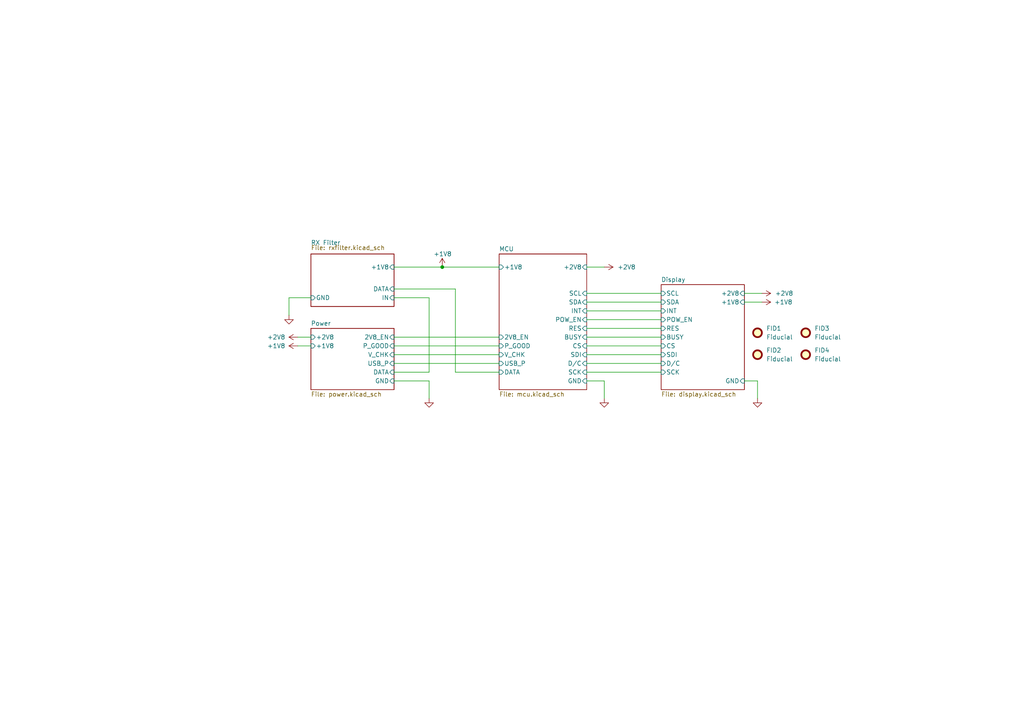
<source format=kicad_sch>
(kicad_sch (version 20221206) (generator eeschema)

  (uuid 472e0f49-51e5-4b9c-a9f6-6aed0741c677)

  (paper "A4")

  (lib_symbols
    (symbol "Mechanical:Fiducial" (in_bom yes) (on_board yes)
      (property "Reference" "FID" (at 0 5.08 0)
        (effects (font (size 1.27 1.27)))
      )
      (property "Value" "Fiducial" (at 0 3.175 0)
        (effects (font (size 1.27 1.27)))
      )
      (property "Footprint" "" (at 0 0 0)
        (effects (font (size 1.27 1.27)) hide)
      )
      (property "Datasheet" "~" (at 0 0 0)
        (effects (font (size 1.27 1.27)) hide)
      )
      (property "ki_keywords" "fiducial marker" (at 0 0 0)
        (effects (font (size 1.27 1.27)) hide)
      )
      (property "ki_description" "Fiducial Marker" (at 0 0 0)
        (effects (font (size 1.27 1.27)) hide)
      )
      (property "ki_fp_filters" "Fiducial*" (at 0 0 0)
        (effects (font (size 1.27 1.27)) hide)
      )
      (symbol "Fiducial_0_1"
        (circle (center 0 0) (radius 1.27)
          (stroke (width 0.508) (type default))
          (fill (type background))
        )
      )
    )
    (symbol "power:+1V8" (power) (pin_names (offset 0)) (in_bom yes) (on_board yes)
      (property "Reference" "#PWR" (at 0 -3.81 0)
        (effects (font (size 1.27 1.27)) hide)
      )
      (property "Value" "+1V8" (at 0 3.556 0)
        (effects (font (size 1.27 1.27)))
      )
      (property "Footprint" "" (at 0 0 0)
        (effects (font (size 1.27 1.27)) hide)
      )
      (property "Datasheet" "" (at 0 0 0)
        (effects (font (size 1.27 1.27)) hide)
      )
      (property "ki_keywords" "power-flag" (at 0 0 0)
        (effects (font (size 1.27 1.27)) hide)
      )
      (property "ki_description" "Power symbol creates a global label with name \"+1V8\"" (at 0 0 0)
        (effects (font (size 1.27 1.27)) hide)
      )
      (symbol "+1V8_0_1"
        (polyline
          (pts
            (xy -0.762 1.27)
            (xy 0 2.54)
          )
          (stroke (width 0) (type default))
          (fill (type none))
        )
        (polyline
          (pts
            (xy 0 0)
            (xy 0 2.54)
          )
          (stroke (width 0) (type default))
          (fill (type none))
        )
        (polyline
          (pts
            (xy 0 2.54)
            (xy 0.762 1.27)
          )
          (stroke (width 0) (type default))
          (fill (type none))
        )
      )
      (symbol "+1V8_1_1"
        (pin power_in line (at 0 0 90) (length 0) hide
          (name "+1V8" (effects (font (size 1.27 1.27))))
          (number "1" (effects (font (size 1.27 1.27))))
        )
      )
    )
    (symbol "power:+2V8" (power) (pin_names (offset 0)) (in_bom yes) (on_board yes)
      (property "Reference" "#PWR" (at 0 -3.81 0)
        (effects (font (size 1.27 1.27)) hide)
      )
      (property "Value" "+2V8" (at 0 3.556 0)
        (effects (font (size 1.27 1.27)))
      )
      (property "Footprint" "" (at 0 0 0)
        (effects (font (size 1.27 1.27)) hide)
      )
      (property "Datasheet" "" (at 0 0 0)
        (effects (font (size 1.27 1.27)) hide)
      )
      (property "ki_keywords" "power-flag" (at 0 0 0)
        (effects (font (size 1.27 1.27)) hide)
      )
      (property "ki_description" "Power symbol creates a global label with name \"+2V8\"" (at 0 0 0)
        (effects (font (size 1.27 1.27)) hide)
      )
      (symbol "+2V8_0_1"
        (polyline
          (pts
            (xy -0.762 1.27)
            (xy 0 2.54)
          )
          (stroke (width 0) (type default))
          (fill (type none))
        )
        (polyline
          (pts
            (xy 0 0)
            (xy 0 2.54)
          )
          (stroke (width 0) (type default))
          (fill (type none))
        )
        (polyline
          (pts
            (xy 0 2.54)
            (xy 0.762 1.27)
          )
          (stroke (width 0) (type default))
          (fill (type none))
        )
      )
      (symbol "+2V8_1_1"
        (pin power_in line (at 0 0 90) (length 0) hide
          (name "+2V8" (effects (font (size 1.27 1.27))))
          (number "1" (effects (font (size 1.27 1.27))))
        )
      )
    )
    (symbol "power:GND" (power) (pin_names (offset 0)) (in_bom yes) (on_board yes)
      (property "Reference" "#PWR" (at 0 -6.35 0)
        (effects (font (size 1.27 1.27)) hide)
      )
      (property "Value" "GND" (at 0 -3.81 0)
        (effects (font (size 1.27 1.27)))
      )
      (property "Footprint" "" (at 0 0 0)
        (effects (font (size 1.27 1.27)) hide)
      )
      (property "Datasheet" "" (at 0 0 0)
        (effects (font (size 1.27 1.27)) hide)
      )
      (property "ki_keywords" "power-flag" (at 0 0 0)
        (effects (font (size 1.27 1.27)) hide)
      )
      (property "ki_description" "Power symbol creates a global label with name \"GND\" , ground" (at 0 0 0)
        (effects (font (size 1.27 1.27)) hide)
      )
      (symbol "GND_0_1"
        (polyline
          (pts
            (xy 0 0)
            (xy 0 -1.27)
            (xy 1.27 -1.27)
            (xy 0 -2.54)
            (xy -1.27 -1.27)
            (xy 0 -1.27)
          )
          (stroke (width 0) (type default))
          (fill (type none))
        )
      )
      (symbol "GND_1_1"
        (pin power_in line (at 0 0 270) (length 0) hide
          (name "GND" (effects (font (size 1.27 1.27))))
          (number "1" (effects (font (size 1.27 1.27))))
        )
      )
    )
  )

  (junction (at 128.27 77.47) (diameter 0) (color 0 0 0 0)
    (uuid 7161e952-9e04-4547-a18e-bf7462328058)
  )

  (wire (pts (xy 114.3 105.41) (xy 144.78 105.41))
    (stroke (width 0) (type default))
    (uuid 0154d8d9-e808-4efe-93cf-cf8ab5ccd41c)
  )
  (wire (pts (xy 128.27 77.47) (xy 144.78 77.47))
    (stroke (width 0) (type default))
    (uuid 06ab73bf-0299-425f-bb81-24ae56015a67)
  )
  (wire (pts (xy 114.3 97.79) (xy 144.78 97.79))
    (stroke (width 0) (type default))
    (uuid 0da3bdac-f625-4cb5-8f33-5dc1c8d09a68)
  )
  (wire (pts (xy 114.3 102.87) (xy 144.78 102.87))
    (stroke (width 0) (type default))
    (uuid 15c7b644-feaa-4a72-99f5-372726787def)
  )
  (wire (pts (xy 219.71 110.49) (xy 215.9 110.49))
    (stroke (width 0) (type default))
    (uuid 27ea524a-ef43-49cd-bc84-d2090076d86a)
  )
  (wire (pts (xy 170.18 97.79) (xy 191.77 97.79))
    (stroke (width 0) (type default))
    (uuid 28c990b6-1f32-4c71-bcdc-846eba960089)
  )
  (wire (pts (xy 132.08 83.82) (xy 132.08 107.95))
    (stroke (width 0) (type default))
    (uuid 2ddf29f1-9735-422f-a652-fee1d2255871)
  )
  (wire (pts (xy 170.18 92.71) (xy 191.77 92.71))
    (stroke (width 0) (type default))
    (uuid 2fa845c3-4426-4be4-8cbd-fe555c6033d3)
  )
  (wire (pts (xy 170.18 110.49) (xy 175.26 110.49))
    (stroke (width 0) (type default))
    (uuid 31b011c6-669c-452f-9e6a-c12cbf22873f)
  )
  (wire (pts (xy 83.82 86.36) (xy 90.17 86.36))
    (stroke (width 0) (type default))
    (uuid 32ad62b6-4c67-4581-bc38-befff47b7821)
  )
  (wire (pts (xy 170.18 77.47) (xy 175.26 77.47))
    (stroke (width 0) (type default))
    (uuid 3507ea70-4e5b-4206-aa33-ae6ea1240500)
  )
  (wire (pts (xy 215.9 85.09) (xy 220.98 85.09))
    (stroke (width 0) (type default))
    (uuid 35d3384b-807d-4125-9396-faeecd147abe)
  )
  (wire (pts (xy 114.3 77.47) (xy 128.27 77.47))
    (stroke (width 0) (type default))
    (uuid 4125a609-c62c-428e-91ef-a0d664eace49)
  )
  (wire (pts (xy 170.18 85.09) (xy 191.77 85.09))
    (stroke (width 0) (type default))
    (uuid 42827432-d5a8-499a-a7ae-797fd1d51d8a)
  )
  (wire (pts (xy 86.36 100.33) (xy 90.17 100.33))
    (stroke (width 0) (type default))
    (uuid 472773c8-a72c-4ffa-90d4-65aa9eb95627)
  )
  (wire (pts (xy 170.18 95.25) (xy 191.77 95.25))
    (stroke (width 0) (type default))
    (uuid 6903ac01-63b0-45f2-8de5-782ac93c7643)
  )
  (wire (pts (xy 86.36 97.79) (xy 90.17 97.79))
    (stroke (width 0) (type default))
    (uuid 6f06b72b-dda5-4c6c-9fed-55cb9fa4d090)
  )
  (wire (pts (xy 170.18 87.63) (xy 191.77 87.63))
    (stroke (width 0) (type default))
    (uuid 740d8e84-9f0a-436b-9967-03365c26d02e)
  )
  (wire (pts (xy 124.46 110.49) (xy 114.3 110.49))
    (stroke (width 0) (type default))
    (uuid 770db952-301e-4657-91ea-bfa67ab9b9b4)
  )
  (wire (pts (xy 124.46 115.57) (xy 124.46 110.49))
    (stroke (width 0) (type default))
    (uuid 7d7b36d6-4db1-474b-b5bb-632e85f1d28a)
  )
  (wire (pts (xy 170.18 105.41) (xy 191.77 105.41))
    (stroke (width 0) (type default))
    (uuid 7e3ab624-6a5b-426d-a7cd-61748a9112a1)
  )
  (wire (pts (xy 170.18 90.17) (xy 191.77 90.17))
    (stroke (width 0) (type default))
    (uuid 7fb776a0-17e4-433e-aa9b-7b7f563a8ef4)
  )
  (wire (pts (xy 114.3 100.33) (xy 144.78 100.33))
    (stroke (width 0) (type default))
    (uuid 8c8b2287-b19c-466f-ac1d-f3e1bcbb0efa)
  )
  (wire (pts (xy 132.08 107.95) (xy 144.78 107.95))
    (stroke (width 0) (type default))
    (uuid 942b2943-b1b9-47c2-941f-570e8cbb89ab)
  )
  (wire (pts (xy 114.3 83.82) (xy 132.08 83.82))
    (stroke (width 0) (type default))
    (uuid 951b706f-5ee5-467f-976f-d402bb6a24ad)
  )
  (wire (pts (xy 170.18 100.33) (xy 191.77 100.33))
    (stroke (width 0) (type default))
    (uuid afb83ae3-4e7b-40d7-8bba-2ec249dbd674)
  )
  (wire (pts (xy 124.46 107.95) (xy 114.3 107.95))
    (stroke (width 0) (type default))
    (uuid ba8c8b4f-ee18-4408-8378-1b96cfc10866)
  )
  (wire (pts (xy 220.98 87.63) (xy 215.9 87.63))
    (stroke (width 0) (type default))
    (uuid c449bba0-eaad-4475-9117-fa89fab51967)
  )
  (wire (pts (xy 219.71 115.57) (xy 219.71 110.49))
    (stroke (width 0) (type default))
    (uuid c7f3a0ba-18db-4c63-9187-4584f42a5930)
  )
  (wire (pts (xy 175.26 115.57) (xy 175.26 110.49))
    (stroke (width 0) (type default))
    (uuid cd9a6a2f-cbb2-4fa8-a00e-26994b16732c)
  )
  (wire (pts (xy 83.82 91.44) (xy 83.82 86.36))
    (stroke (width 0) (type default))
    (uuid cfaccb8a-85d3-41ea-914f-ca51fa87e72f)
  )
  (wire (pts (xy 170.18 102.87) (xy 191.77 102.87))
    (stroke (width 0) (type default))
    (uuid d9679898-6314-4147-b045-c0a3b7572216)
  )
  (wire (pts (xy 170.18 107.95) (xy 191.77 107.95))
    (stroke (width 0) (type default))
    (uuid dc47cb1f-179c-45c5-abd5-276d30965abe)
  )
  (wire (pts (xy 114.3 86.36) (xy 124.46 86.36))
    (stroke (width 0) (type default))
    (uuid e2bf8467-272a-440f-a96d-032043d52350)
  )
  (wire (pts (xy 124.46 86.36) (xy 124.46 107.95))
    (stroke (width 0) (type default))
    (uuid e3ed2ceb-bbcd-475e-a647-ab7ceca4518a)
  )

  (symbol (lib_id "Mechanical:Fiducial") (at 219.71 96.52 0) (unit 1)
    (in_bom yes) (on_board yes) (dnp no) (fields_autoplaced)
    (uuid 07b6e9fa-5f27-4d03-a108-8598ae262114)
    (property "Reference" "FID1" (at 222.25 95.2499 0)
      (effects (font (size 1.27 1.27)) (justify left))
    )
    (property "Value" "Fiducial" (at 222.25 97.7899 0)
      (effects (font (size 1.27 1.27)) (justify left))
    )
    (property "Footprint" "Fiducial:Fiducial_0.5mm_Mask1.5mm" (at 219.71 96.52 0)
      (effects (font (size 1.27 1.27)) hide)
    )
    (property "Datasheet" "~" (at 219.71 96.52 0)
      (effects (font (size 1.27 1.27)) hide)
    )
    (instances
      (project "Kampela"
        (path "/472e0f49-51e5-4b9c-a9f6-6aed0741c677"
          (reference "FID1") (unit 1)
        )
      )
    )
  )

  (symbol (lib_id "power:+1V8") (at 220.98 87.63 270) (unit 1)
    (in_bom yes) (on_board yes) (dnp no)
    (uuid 1456c387-d268-44d5-98df-074738d8757c)
    (property "Reference" "#PWR010" (at 217.17 87.63 0)
      (effects (font (size 1.27 1.27)) hide)
    )
    (property "Value" "+1V8" (at 229.87 87.63 90)
      (effects (font (size 1.27 1.27)) (justify right))
    )
    (property "Footprint" "" (at 220.98 87.63 0)
      (effects (font (size 1.27 1.27)) hide)
    )
    (property "Datasheet" "" (at 220.98 87.63 0)
      (effects (font (size 1.27 1.27)) hide)
    )
    (pin "1" (uuid a6aa9ef6-bd6c-4cf9-a8ff-7bbcef6f2bf8))
    (instances
      (project "Kampela"
        (path "/472e0f49-51e5-4b9c-a9f6-6aed0741c677"
          (reference "#PWR010") (unit 1)
        )
      )
    )
  )

  (symbol (lib_id "power:+2V8") (at 86.36 97.79 90) (unit 1)
    (in_bom yes) (on_board yes) (dnp no)
    (uuid 476324e8-1c8e-4748-bcb3-62301e88ff0e)
    (property "Reference" "#PWR02" (at 90.17 97.79 0)
      (effects (font (size 1.27 1.27)) hide)
    )
    (property "Value" "+2V8" (at 77.47 97.79 90)
      (effects (font (size 1.27 1.27)) (justify right))
    )
    (property "Footprint" "" (at 86.36 97.79 0)
      (effects (font (size 1.27 1.27)) hide)
    )
    (property "Datasheet" "" (at 86.36 97.79 0)
      (effects (font (size 1.27 1.27)) hide)
    )
    (pin "1" (uuid 71ae35e1-c271-4e8c-9bed-728591c561ff))
    (instances
      (project "Kampela"
        (path "/472e0f49-51e5-4b9c-a9f6-6aed0741c677"
          (reference "#PWR02") (unit 1)
        )
      )
    )
  )

  (symbol (lib_id "Mechanical:Fiducial") (at 233.68 102.87 0) (unit 1)
    (in_bom yes) (on_board yes) (dnp no) (fields_autoplaced)
    (uuid 49b50032-60bf-486c-90ee-ada0700a21b5)
    (property "Reference" "FID4" (at 236.22 101.5999 0)
      (effects (font (size 1.27 1.27)) (justify left))
    )
    (property "Value" "Fiducial" (at 236.22 104.1399 0)
      (effects (font (size 1.27 1.27)) (justify left))
    )
    (property "Footprint" "Fiducial:Fiducial_0.5mm_Mask1.5mm" (at 233.68 102.87 0)
      (effects (font (size 1.27 1.27)) hide)
    )
    (property "Datasheet" "~" (at 233.68 102.87 0)
      (effects (font (size 1.27 1.27)) hide)
    )
    (instances
      (project "Kampela"
        (path "/472e0f49-51e5-4b9c-a9f6-6aed0741c677"
          (reference "FID4") (unit 1)
        )
      )
    )
  )

  (symbol (lib_id "power:+2V8") (at 175.26 77.47 270) (unit 1)
    (in_bom yes) (on_board yes) (dnp no) (fields_autoplaced)
    (uuid 63f72c6d-61d9-404c-a563-27dc11319775)
    (property "Reference" "#PWR06" (at 171.45 77.47 0)
      (effects (font (size 1.27 1.27)) hide)
    )
    (property "Value" "+2V8" (at 179.07 77.4699 90)
      (effects (font (size 1.27 1.27)) (justify left))
    )
    (property "Footprint" "" (at 175.26 77.47 0)
      (effects (font (size 1.27 1.27)) hide)
    )
    (property "Datasheet" "" (at 175.26 77.47 0)
      (effects (font (size 1.27 1.27)) hide)
    )
    (pin "1" (uuid 8cfa69ac-bd8b-4e98-85f2-8a73e3be0351))
    (instances
      (project "Kampela"
        (path "/472e0f49-51e5-4b9c-a9f6-6aed0741c677"
          (reference "#PWR06") (unit 1)
        )
      )
    )
  )

  (symbol (lib_id "power:+2V8") (at 220.98 85.09 270) (unit 1)
    (in_bom yes) (on_board yes) (dnp no) (fields_autoplaced)
    (uuid 8455d62c-d401-42ef-b025-8d9fa60e4bcc)
    (property "Reference" "#PWR09" (at 217.17 85.09 0)
      (effects (font (size 1.27 1.27)) hide)
    )
    (property "Value" "+2V8" (at 224.79 85.0899 90)
      (effects (font (size 1.27 1.27)) (justify left))
    )
    (property "Footprint" "" (at 220.98 85.09 0)
      (effects (font (size 1.27 1.27)) hide)
    )
    (property "Datasheet" "" (at 220.98 85.09 0)
      (effects (font (size 1.27 1.27)) hide)
    )
    (pin "1" (uuid 667d1ef9-2baf-4dfa-b332-6d6423a0ed34))
    (instances
      (project "Kampela"
        (path "/472e0f49-51e5-4b9c-a9f6-6aed0741c677"
          (reference "#PWR09") (unit 1)
        )
      )
    )
  )

  (symbol (lib_id "power:GND") (at 83.82 91.44 0) (mirror y) (unit 1)
    (in_bom yes) (on_board yes) (dnp no) (fields_autoplaced)
    (uuid 93ecbcce-cd92-405f-b117-481c41d6d595)
    (property "Reference" "#PWR01" (at 83.82 97.79 0)
      (effects (font (size 1.27 1.27)) hide)
    )
    (property "Value" "GND" (at 83.82 96.52 0)
      (effects (font (size 1.27 1.27)) hide)
    )
    (property "Footprint" "" (at 83.82 91.44 0)
      (effects (font (size 1.27 1.27)) hide)
    )
    (property "Datasheet" "" (at 83.82 91.44 0)
      (effects (font (size 1.27 1.27)) hide)
    )
    (pin "1" (uuid 7d6ac812-3c6f-4c1e-acc9-5a7007f3b680))
    (instances
      (project "Kampela"
        (path "/472e0f49-51e5-4b9c-a9f6-6aed0741c677"
          (reference "#PWR01") (unit 1)
        )
      )
    )
  )

  (symbol (lib_id "power:+1V8") (at 128.27 77.47 0) (mirror y) (unit 1)
    (in_bom yes) (on_board yes) (dnp no)
    (uuid a20bbef2-5722-4dc2-a3d8-4073fdf4cf88)
    (property "Reference" "#PWR05" (at 128.27 81.28 0)
      (effects (font (size 1.27 1.27)) hide)
    )
    (property "Value" "+1V8" (at 125.73 73.66 0)
      (effects (font (size 1.27 1.27)) (justify right))
    )
    (property "Footprint" "" (at 128.27 77.47 0)
      (effects (font (size 1.27 1.27)) hide)
    )
    (property "Datasheet" "" (at 128.27 77.47 0)
      (effects (font (size 1.27 1.27)) hide)
    )
    (pin "1" (uuid 9c73a91c-9da2-4483-a22d-45352e5d3eee))
    (instances
      (project "Kampela"
        (path "/472e0f49-51e5-4b9c-a9f6-6aed0741c677"
          (reference "#PWR05") (unit 1)
        )
      )
    )
  )

  (symbol (lib_id "power:GND") (at 175.26 115.57 0) (unit 1)
    (in_bom yes) (on_board yes) (dnp no) (fields_autoplaced)
    (uuid a4b25f85-1191-431e-a8f7-7b1fb23ae6d9)
    (property "Reference" "#PWR07" (at 175.26 121.92 0)
      (effects (font (size 1.27 1.27)) hide)
    )
    (property "Value" "GND" (at 175.26 120.65 0)
      (effects (font (size 1.27 1.27)) hide)
    )
    (property "Footprint" "" (at 175.26 115.57 0)
      (effects (font (size 1.27 1.27)) hide)
    )
    (property "Datasheet" "" (at 175.26 115.57 0)
      (effects (font (size 1.27 1.27)) hide)
    )
    (pin "1" (uuid 9f93f770-9117-4b08-97fa-c3e7d03b7d3b))
    (instances
      (project "Kampela"
        (path "/472e0f49-51e5-4b9c-a9f6-6aed0741c677"
          (reference "#PWR07") (unit 1)
        )
      )
    )
  )

  (symbol (lib_id "power:GND") (at 219.71 115.57 0) (unit 1)
    (in_bom yes) (on_board yes) (dnp no) (fields_autoplaced)
    (uuid cfd355be-245b-44a2-9692-a6e752c3dbe2)
    (property "Reference" "#PWR08" (at 219.71 121.92 0)
      (effects (font (size 1.27 1.27)) hide)
    )
    (property "Value" "GND" (at 219.71 120.65 0)
      (effects (font (size 1.27 1.27)) hide)
    )
    (property "Footprint" "" (at 219.71 115.57 0)
      (effects (font (size 1.27 1.27)) hide)
    )
    (property "Datasheet" "" (at 219.71 115.57 0)
      (effects (font (size 1.27 1.27)) hide)
    )
    (pin "1" (uuid d00e5ce5-9554-4def-b226-d6b884c7cdef))
    (instances
      (project "Kampela"
        (path "/472e0f49-51e5-4b9c-a9f6-6aed0741c677"
          (reference "#PWR08") (unit 1)
        )
      )
    )
  )

  (symbol (lib_id "power:GND") (at 124.46 115.57 0) (unit 1)
    (in_bom yes) (on_board yes) (dnp no) (fields_autoplaced)
    (uuid d50ce48e-a741-419f-9e71-ad8f1744bcd5)
    (property "Reference" "#PWR04" (at 124.46 121.92 0)
      (effects (font (size 1.27 1.27)) hide)
    )
    (property "Value" "GND" (at 124.46 120.65 0)
      (effects (font (size 1.27 1.27)) hide)
    )
    (property "Footprint" "" (at 124.46 115.57 0)
      (effects (font (size 1.27 1.27)) hide)
    )
    (property "Datasheet" "" (at 124.46 115.57 0)
      (effects (font (size 1.27 1.27)) hide)
    )
    (pin "1" (uuid 59932af4-abb4-4e95-b188-5a2f7f2d037e))
    (instances
      (project "Kampela"
        (path "/472e0f49-51e5-4b9c-a9f6-6aed0741c677"
          (reference "#PWR04") (unit 1)
        )
      )
    )
  )

  (symbol (lib_id "power:+1V8") (at 86.36 100.33 90) (mirror x) (unit 1)
    (in_bom yes) (on_board yes) (dnp no)
    (uuid d825d4c0-2158-4eae-a84f-ce936fe7628f)
    (property "Reference" "#PWR03" (at 90.17 100.33 0)
      (effects (font (size 1.27 1.27)) hide)
    )
    (property "Value" "+1V8" (at 77.47 100.33 90)
      (effects (font (size 1.27 1.27)) (justify right))
    )
    (property "Footprint" "" (at 86.36 100.33 0)
      (effects (font (size 1.27 1.27)) hide)
    )
    (property "Datasheet" "" (at 86.36 100.33 0)
      (effects (font (size 1.27 1.27)) hide)
    )
    (pin "1" (uuid ebb1a57f-64d9-4d63-9022-93523e42df4c))
    (instances
      (project "Kampela"
        (path "/472e0f49-51e5-4b9c-a9f6-6aed0741c677"
          (reference "#PWR03") (unit 1)
        )
      )
    )
  )

  (symbol (lib_id "Mechanical:Fiducial") (at 233.68 96.52 0) (unit 1)
    (in_bom yes) (on_board yes) (dnp no) (fields_autoplaced)
    (uuid dc0985ce-3d77-4399-be2d-eb0592f40a31)
    (property "Reference" "FID3" (at 236.22 95.2499 0)
      (effects (font (size 1.27 1.27)) (justify left))
    )
    (property "Value" "Fiducial" (at 236.22 97.7899 0)
      (effects (font (size 1.27 1.27)) (justify left))
    )
    (property "Footprint" "Fiducial:Fiducial_0.5mm_Mask1.5mm" (at 233.68 96.52 0)
      (effects (font (size 1.27 1.27)) hide)
    )
    (property "Datasheet" "~" (at 233.68 96.52 0)
      (effects (font (size 1.27 1.27)) hide)
    )
    (instances
      (project "Kampela"
        (path "/472e0f49-51e5-4b9c-a9f6-6aed0741c677"
          (reference "FID3") (unit 1)
        )
      )
    )
  )

  (symbol (lib_id "Mechanical:Fiducial") (at 219.71 102.87 0) (unit 1)
    (in_bom yes) (on_board yes) (dnp no) (fields_autoplaced)
    (uuid e907db61-12ad-41c2-906d-7cba99d56fff)
    (property "Reference" "FID2" (at 222.25 101.5999 0)
      (effects (font (size 1.27 1.27)) (justify left))
    )
    (property "Value" "Fiducial" (at 222.25 104.1399 0)
      (effects (font (size 1.27 1.27)) (justify left))
    )
    (property "Footprint" "Fiducial:Fiducial_0.5mm_Mask1.5mm" (at 219.71 102.87 0)
      (effects (font (size 1.27 1.27)) hide)
    )
    (property "Datasheet" "~" (at 219.71 102.87 0)
      (effects (font (size 1.27 1.27)) hide)
    )
    (instances
      (project "Kampela"
        (path "/472e0f49-51e5-4b9c-a9f6-6aed0741c677"
          (reference "FID2") (unit 1)
        )
      )
    )
  )

  (sheet (at 90.17 95.25) (size 24.13 17.78) (fields_autoplaced)
    (stroke (width 0.1524) (type solid))
    (fill (color 0 0 0 0.0000))
    (uuid 107d2fe5-3a51-4aa0-a4ed-d8d997e2d812)
    (property "Sheetname" "Power" (at 90.17 94.5384 0)
      (effects (font (size 1.27 1.27)) (justify left bottom))
    )
    (property "Sheetfile" "power.kicad_sch" (at 90.17 113.6146 0)
      (effects (font (size 1.27 1.27)) (justify left top))
    )
    (pin "GND" input (at 114.3 110.49 0)
      (effects (font (size 1.27 1.27)) (justify right))
      (uuid a86538ae-f792-491f-af6d-2b2cda4b5336)
    )
    (pin "2V8_EN" input (at 114.3 97.79 0)
      (effects (font (size 1.27 1.27)) (justify right))
      (uuid eb1d37b4-816d-49b9-9903-362b6aecc882)
    )
    (pin "V_CHK" input (at 114.3 102.87 0)
      (effects (font (size 1.27 1.27)) (justify right))
      (uuid f487c804-b7dd-4573-9adf-71d3f2df9912)
    )
    (pin "P_GOOD" input (at 114.3 100.33 0)
      (effects (font (size 1.27 1.27)) (justify right))
      (uuid 75489edd-7ea4-4af0-8189-201d4b37aef8)
    )
    (pin "+1V8" input (at 90.17 100.33 180)
      (effects (font (size 1.27 1.27)) (justify left))
      (uuid 2d389b1a-f5d4-4843-aed6-a63d7cfa55c4)
    )
    (pin "+2V8" input (at 90.17 97.79 180)
      (effects (font (size 1.27 1.27)) (justify left))
      (uuid f9470593-d236-4759-9da5-fd68b4a13779)
    )
    (pin "DATA" input (at 114.3 107.95 0)
      (effects (font (size 1.27 1.27)) (justify right))
      (uuid 45e6275b-068a-4008-8eee-c223e565dc06)
    )
    (pin "USB_P" input (at 114.3 105.41 0)
      (effects (font (size 1.27 1.27)) (justify right))
      (uuid e6f66381-bc83-4384-99bf-33e0b751d6d7)
    )
    (instances
      (project "Kampela"
        (path "/472e0f49-51e5-4b9c-a9f6-6aed0741c677" (page "3"))
      )
    )
  )

  (sheet (at 90.17 73.66) (size 24.13 15.24)
    (stroke (width 0.1524) (type solid))
    (fill (color 0 0 0 0.0000))
    (uuid 67eb4c15-878d-4392-8f98-b0db1677ce0d)
    (property "Sheetname" "RX Filter" (at 90.17 71.12 0)
      (effects (font (size 1.27 1.27)) (justify left bottom))
    )
    (property "Sheetfile" "rxfilter.kicad_sch" (at 90.17 71.12 0)
      (effects (font (size 1.27 1.27)) (justify left top))
    )
    (pin "IN" input (at 114.3 86.36 0)
      (effects (font (size 1.27 1.27)) (justify right))
      (uuid e22de384-22ee-4f9a-a4c2-9240cc29e1f1)
    )
    (pin "DATA" input (at 114.3 83.82 0)
      (effects (font (size 1.27 1.27)) (justify right))
      (uuid 2ff9a22e-42c2-48bb-8e4c-b12e81195989)
    )
    (pin "GND" input (at 90.17 86.36 180)
      (effects (font (size 1.27 1.27)) (justify left))
      (uuid 01b77589-6285-414d-91ef-7ddc4a0bb28d)
    )
    (pin "+1V8" input (at 114.3 77.47 0)
      (effects (font (size 1.27 1.27)) (justify right))
      (uuid a71e9899-17bd-44cf-9c4e-c06b0c5bf5b2)
    )
    (instances
      (project "Kampela"
        (path "/472e0f49-51e5-4b9c-a9f6-6aed0741c677" (page "2"))
      )
    )
  )

  (sheet (at 191.77 82.55) (size 24.13 30.48) (fields_autoplaced)
    (stroke (width 0.1524) (type solid))
    (fill (color 0 0 0 0.0000))
    (uuid 7868ecaa-9431-43d7-95a8-9c0f01ec9958)
    (property "Sheetname" "Display" (at 191.77 81.8384 0)
      (effects (font (size 1.27 1.27)) (justify left bottom))
    )
    (property "Sheetfile" "display.kicad_sch" (at 191.77 113.6146 0)
      (effects (font (size 1.27 1.27)) (justify left top))
    )
    (pin "D{slash}C" input (at 191.77 105.41 180)
      (effects (font (size 1.27 1.27)) (justify left))
      (uuid cdc30568-0a91-428d-9f3c-854e30b5a092)
    )
    (pin "SCK" input (at 191.77 107.95 180)
      (effects (font (size 1.27 1.27)) (justify left))
      (uuid c1ff8284-36bc-42d5-9aad-ce072cba4940)
    )
    (pin "CS" input (at 191.77 100.33 180)
      (effects (font (size 1.27 1.27)) (justify left))
      (uuid 9992a80c-f855-4d00-98ad-ffd292bf2353)
    )
    (pin "SDI" input (at 191.77 102.87 180)
      (effects (font (size 1.27 1.27)) (justify left))
      (uuid 530d0aa3-893f-49bc-b159-f515a9380357)
    )
    (pin "SDA" input (at 191.77 87.63 180)
      (effects (font (size 1.27 1.27)) (justify left))
      (uuid e93b68eb-5ecb-4927-86c9-1ce6084d5925)
    )
    (pin "SCL" input (at 191.77 85.09 180)
      (effects (font (size 1.27 1.27)) (justify left))
      (uuid 911b96b3-b8a4-4da3-ac0c-ae44088f4e58)
    )
    (pin "GND" input (at 215.9 110.49 0)
      (effects (font (size 1.27 1.27)) (justify right))
      (uuid 79d3c175-7edb-4a2c-a83b-22ef5a1e0f0e)
    )
    (pin "INT" input (at 191.77 90.17 180)
      (effects (font (size 1.27 1.27)) (justify left))
      (uuid bf5d3985-eb77-4f3e-9545-e39d37e75f32)
    )
    (pin "BUSY" input (at 191.77 97.79 180)
      (effects (font (size 1.27 1.27)) (justify left))
      (uuid a90670ca-d9fd-4742-9064-dc5d7fc34cac)
    )
    (pin "RES" input (at 191.77 95.25 180)
      (effects (font (size 1.27 1.27)) (justify left))
      (uuid 48fa7c1d-a2c4-43a9-aaf0-2b412bd5c13c)
    )
    (pin "POW_EN" input (at 191.77 92.71 180)
      (effects (font (size 1.27 1.27)) (justify left))
      (uuid f7617d5b-0954-4948-9ab2-9cc8d8e1c4cf)
    )
    (pin "+1V8" input (at 215.9 87.63 0)
      (effects (font (size 1.27 1.27)) (justify right))
      (uuid 36193438-63f3-4eed-ab43-fe381af5e1b2)
    )
    (pin "+2V8" input (at 215.9 85.09 0)
      (effects (font (size 1.27 1.27)) (justify right))
      (uuid 33206404-2b22-4621-aa70-e93ca507816f)
    )
    (instances
      (project "Kampela"
        (path "/472e0f49-51e5-4b9c-a9f6-6aed0741c677" (page "4"))
      )
    )
  )

  (sheet (at 144.78 73.66) (size 25.4 39.37) (fields_autoplaced)
    (stroke (width 0.1524) (type solid))
    (fill (color 0 0 0 0.0000))
    (uuid da08338c-417a-4808-acf4-35a11b7a82db)
    (property "Sheetname" "MCU" (at 144.78 72.9484 0)
      (effects (font (size 1.27 1.27)) (justify left bottom))
    )
    (property "Sheetfile" "mcu.kicad_sch" (at 144.78 113.6146 0)
      (effects (font (size 1.27 1.27)) (justify left top))
    )
    (pin "P_GOOD" input (at 144.78 100.33 180)
      (effects (font (size 1.27 1.27)) (justify left))
      (uuid d5000e77-da6f-47dd-8417-ed784dbb1270)
    )
    (pin "POW_EN" input (at 170.18 92.71 0)
      (effects (font (size 1.27 1.27)) (justify right))
      (uuid c557f6fd-0baa-4bc8-9e47-1ec9965adb08)
    )
    (pin "+1V8" input (at 144.78 77.47 180)
      (effects (font (size 1.27 1.27)) (justify left))
      (uuid 64277c0a-016e-42d3-82bc-977c27e4804c)
    )
    (pin "RES" input (at 170.18 95.25 0)
      (effects (font (size 1.27 1.27)) (justify right))
      (uuid 30e3f115-b28e-4ec7-9a9d-6da0a7e88f2c)
    )
    (pin "BUSY" input (at 170.18 97.79 0)
      (effects (font (size 1.27 1.27)) (justify right))
      (uuid f8594796-78c8-418d-8c78-482190016fbf)
    )
    (pin "USB_P" input (at 144.78 105.41 180)
      (effects (font (size 1.27 1.27)) (justify left))
      (uuid 156f44cd-e4e6-4e47-adf6-b5bd4e8f544c)
    )
    (pin "SCK" input (at 170.18 107.95 0)
      (effects (font (size 1.27 1.27)) (justify right))
      (uuid 4d798ccc-2d1f-4440-9072-e2dd244fc7f9)
    )
    (pin "CS" input (at 170.18 100.33 0)
      (effects (font (size 1.27 1.27)) (justify right))
      (uuid ee00b630-d8bb-46c4-9b70-8ed52180fa23)
    )
    (pin "SDI" input (at 170.18 102.87 0)
      (effects (font (size 1.27 1.27)) (justify right))
      (uuid 61e6e1d7-81a9-4102-a9ed-248c20b7d829)
    )
    (pin "D{slash}C" input (at 170.18 105.41 0)
      (effects (font (size 1.27 1.27)) (justify right))
      (uuid 15242e1b-27b0-4b6b-ba89-27e66c6585f2)
    )
    (pin "DATA" input (at 144.78 107.95 180)
      (effects (font (size 1.27 1.27)) (justify left))
      (uuid 12b48b43-9e76-4fed-bdac-574d955d04b8)
    )
    (pin "INT" input (at 170.18 90.17 0)
      (effects (font (size 1.27 1.27)) (justify right))
      (uuid c17b8945-93f0-4f37-8a8c-f30cebacda9f)
    )
    (pin "SCL" input (at 170.18 85.09 0)
      (effects (font (size 1.27 1.27)) (justify right))
      (uuid 3983a496-dd75-46e3-95bf-6ea591165398)
    )
    (pin "V_CHK" input (at 144.78 102.87 180)
      (effects (font (size 1.27 1.27)) (justify left))
      (uuid aedfefb1-0ff3-4c5d-ad84-c687796251b4)
    )
    (pin "GND" input (at 170.18 110.49 0)
      (effects (font (size 1.27 1.27)) (justify right))
      (uuid b8494bd3-c1be-4a3f-93f1-e93064678a18)
    )
    (pin "SDA" input (at 170.18 87.63 0)
      (effects (font (size 1.27 1.27)) (justify right))
      (uuid 34621a8f-41c5-4831-8686-a3e56a7798af)
    )
    (pin "2V8_EN" input (at 144.78 97.79 180)
      (effects (font (size 1.27 1.27)) (justify left))
      (uuid 80070578-8739-478f-96f8-47894aa36668)
    )
    (pin "+2V8" input (at 170.18 77.47 0)
      (effects (font (size 1.27 1.27)) (justify right))
      (uuid afc39c91-6ca6-48bd-a329-7625d0a86f41)
    )
    (instances
      (project "Kampela"
        (path "/472e0f49-51e5-4b9c-a9f6-6aed0741c677" (page "5"))
      )
    )
  )

  (sheet_instances
    (path "/" (page "1"))
  )
)

</source>
